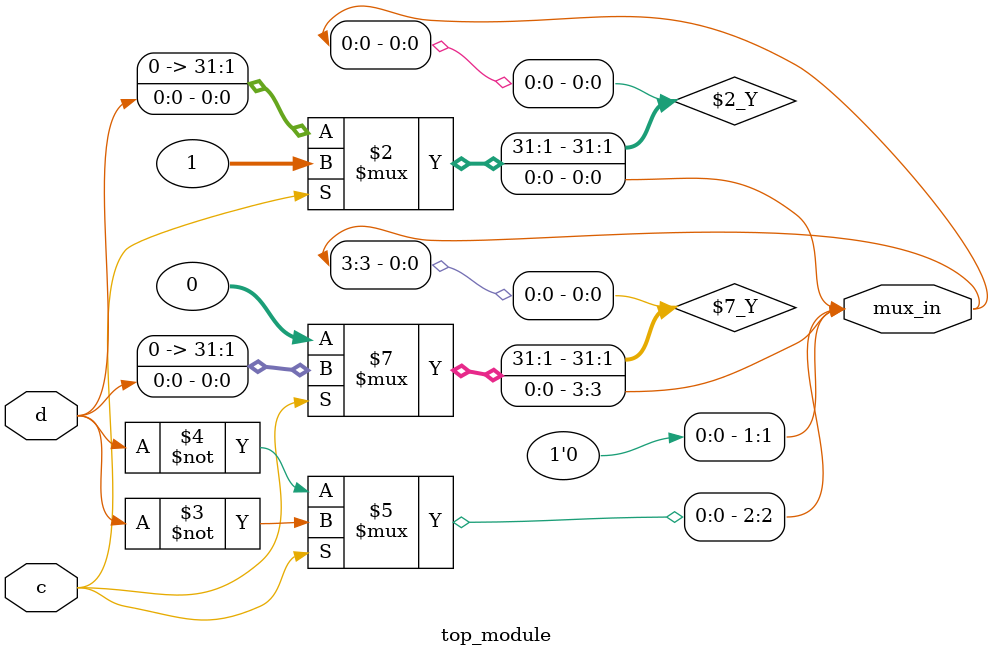
<source format=v>
module top_module(
    input c,
    input d, 
    output [3:0] mux_in);              // these expressions are obtained by solving kmap and comapring it with the second 4x1 MUX having a, b as select lines
    assign mux_in[0] = c ? 1 : d;      // actual expression : c | d
    assign mux_in[1] = 0;              
    assign mux_in[2] = c ? ~d : ~d;    // actual expression : ~d, other way -> d ? 0 : 1 (d as a select line)
    assign mux_in[3] = c ? d : 0;      // actual expression : c & d
endmodule

</source>
